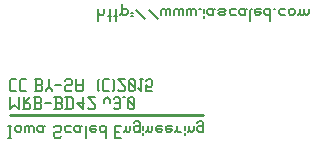
<source format=gbr>
G04 start of page 9 for group -4078 idx -4078 *
G04 Title: (unknown), bottomsilk *
G04 Creator: pcb 20140316 *
G04 CreationDate: Mon 20 Apr 2015 08:27:33 PM GMT UTC *
G04 For: ndholmes *
G04 Format: Gerber/RS-274X *
G04 PCB-Dimensions (mil): 3500.00 1900.00 *
G04 PCB-Coordinate-Origin: lower left *
%MOIN*%
%FSLAX25Y25*%
%LNBOTTOMSILK*%
%ADD105C,0.0060*%
%ADD104C,0.0100*%
G54D104*X40500Y146500D02*X105000D01*
G54D105*X41000Y158500D02*X42500D01*
X40500Y158000D02*X41000Y158500D01*
X40500Y155000D02*Y158000D01*
Y155000D02*X41000Y154500D01*
X42500D01*
X44200Y158500D02*X45700D01*
X43700Y158000D02*X44200Y158500D01*
X43700Y155000D02*Y158000D01*
Y155000D02*X44200Y154500D01*
X45700D01*
X48700Y158500D02*X50700D01*
X51200Y158000D01*
Y157000D02*Y158000D01*
X50700Y156500D02*X51200Y157000D01*
X49200Y156500D02*X50700D01*
X49200Y154500D02*Y158500D01*
X48700Y154500D02*X50700D01*
X51200Y155000D01*
Y156000D01*
X50700Y156500D02*X51200Y156000D01*
X52400Y154500D02*Y155000D01*
X53400Y156000D01*
X54400Y155000D01*
Y154500D02*Y155000D01*
X53400Y156000D02*Y158500D01*
X55600Y156500D02*X57600D01*
X60800Y154500D02*X61300Y155000D01*
X59300Y154500D02*X60800D01*
X58800Y155000D02*X59300Y154500D01*
X58800Y155000D02*Y156000D01*
X59300Y156500D01*
X60800D01*
X61300Y157000D01*
Y158000D01*
X60800Y158500D02*X61300Y158000D01*
X59300Y158500D02*X60800D01*
X58800Y158000D02*X59300Y158500D01*
X62500Y155000D02*Y158500D01*
Y155000D02*X63000Y154500D01*
X64500D01*
X65000Y155000D01*
Y158500D01*
X62500Y156500D02*X65000D01*
X69800Y158000D02*X70300Y158500D01*
X69800Y155000D02*X70300Y154500D01*
X69800Y155000D02*Y158000D01*
X72000Y158500D02*X73500D01*
X71500Y158000D02*X72000Y158500D01*
X71500Y155000D02*Y158000D01*
Y155000D02*X72000Y154500D01*
X73500D01*
X74700D02*X75200Y155000D01*
Y158000D01*
X74700Y158500D02*X75200Y158000D01*
X76400Y155000D02*X76900Y154500D01*
X78400D01*
X78900Y155000D01*
Y156000D01*
X76400Y158500D02*X78900Y156000D01*
X76400Y158500D02*X78900D01*
X80100Y158000D02*X80600Y158500D01*
X80100Y155000D02*Y158000D01*
Y155000D02*X80600Y154500D01*
X81600D01*
X82100Y155000D01*
Y158000D01*
X81600Y158500D02*X82100Y158000D01*
X80600Y158500D02*X81600D01*
X80100Y157500D02*X82100Y155500D01*
X83800Y158500D02*X84800D01*
X84300Y154500D02*Y158500D01*
X83300Y155500D02*X84300Y154500D01*
X86000D02*X88000D01*
X86000D02*Y156500D01*
X86500Y156000D01*
X87500D01*
X88000Y156500D01*
Y158000D01*
X87500Y158500D02*X88000Y158000D01*
X86500Y158500D02*X87500D01*
X86000Y158000D02*X86500Y158500D01*
X40500Y148500D02*Y152500D01*
Y148500D02*X42000Y150000D01*
X43500Y148500D01*
Y152500D01*
X44700Y148500D02*X46700D01*
X47200Y149000D01*
Y150000D01*
X46700Y150500D02*X47200Y150000D01*
X45200Y150500D02*X46700D01*
X45200Y148500D02*Y152500D01*
Y150500D02*X47200Y152500D01*
X48400D02*X50400D01*
X50900Y152000D01*
Y151000D02*Y152000D01*
X50400Y150500D02*X50900Y151000D01*
X48900Y150500D02*X50400D01*
X48900Y148500D02*Y152500D01*
X48400Y148500D02*X50400D01*
X50900Y149000D01*
Y150000D01*
X50400Y150500D02*X50900Y150000D01*
X52100Y150500D02*X54100D01*
X55300Y152500D02*X57300D01*
X57800Y152000D01*
Y151000D02*Y152000D01*
X57300Y150500D02*X57800Y151000D01*
X55800Y150500D02*X57300D01*
X55800Y148500D02*Y152500D01*
X55300Y148500D02*X57300D01*
X57800Y149000D01*
Y150000D01*
X57300Y150500D02*X57800Y150000D01*
X59500Y148500D02*Y152500D01*
X61000Y148500D02*X61500Y149000D01*
Y152000D01*
X61000Y152500D02*X61500Y152000D01*
X59000Y152500D02*X61000D01*
X59000Y148500D02*X61000D01*
X62700Y150500D02*X64700Y148500D01*
X62700Y150500D02*X65200D01*
X64700Y148500D02*Y152500D01*
X66400Y149000D02*X66900Y148500D01*
X68400D01*
X68900Y149000D01*
Y150000D01*
X66400Y152500D02*X68900Y150000D01*
X66400Y152500D02*X68900D01*
X71900Y150500D02*Y151500D01*
X72900Y152500D01*
X73900Y151500D01*
Y150500D02*Y151500D01*
X75100Y149000D02*X75600Y148500D01*
X76600D01*
X77100Y149000D01*
Y152000D01*
X76600Y152500D02*X77100Y152000D01*
X75600Y152500D02*X76600D01*
X75100Y152000D02*X75600Y152500D01*
Y150500D02*X77100D01*
X78300Y152500D02*X78800D01*
X80000Y152000D02*X80500Y152500D01*
X80000Y149000D02*Y152000D01*
Y149000D02*X80500Y148500D01*
X81500D01*
X82000Y149000D01*
Y152000D01*
X81500Y152500D02*X82000Y152000D01*
X80500Y152500D02*X81500D01*
X80000Y151500D02*X82000Y149500D01*
X40000Y139000D02*X41000D01*
X40500D02*Y143000D01*
X40000D02*X41000D01*
X42200Y141500D02*Y142500D01*
Y141500D02*X42700Y141000D01*
X43700D01*
X44200Y141500D01*
Y142500D01*
X43700Y143000D02*X44200Y142500D01*
X42700Y143000D02*X43700D01*
X42200Y142500D02*X42700Y143000D01*
X45400Y141000D02*Y142500D01*
X45900Y143000D01*
X46400D01*
X46900Y142500D01*
Y141000D02*Y142500D01*
X47400Y143000D01*
X47900D01*
X48400Y142500D01*
Y141000D02*Y142500D01*
X51100Y141000D02*X51600Y141500D01*
X50100Y141000D02*X51100D01*
X49600Y141500D02*X50100Y141000D01*
X49600Y141500D02*Y142500D01*
X50100Y143000D01*
X51600Y141000D02*Y142500D01*
X52100Y143000D01*
X50100D02*X51100D01*
X51600Y142500D01*
X57100Y139000D02*X57600Y139500D01*
X55600Y139000D02*X57100D01*
X55100Y139500D02*X55600Y139000D01*
X55100Y139500D02*Y140500D01*
X55600Y141000D01*
X57100D01*
X57600Y141500D01*
Y142500D01*
X57100Y143000D02*X57600Y142500D01*
X55600Y143000D02*X57100D01*
X55100Y142500D02*X55600Y143000D01*
X59300Y141000D02*X60800D01*
X58800Y141500D02*X59300Y141000D01*
X58800Y141500D02*Y142500D01*
X59300Y143000D01*
X60800D01*
X63500Y141000D02*X64000Y141500D01*
X62500Y141000D02*X63500D01*
X62000Y141500D02*X62500Y141000D01*
X62000Y141500D02*Y142500D01*
X62500Y143000D01*
X64000Y141000D02*Y142500D01*
X64500Y143000D01*
X62500D02*X63500D01*
X64000Y142500D01*
X65700Y139000D02*Y142500D01*
X66200Y143000D01*
X67700D02*X69200D01*
X67200Y142500D02*X67700Y143000D01*
X67200Y141500D02*Y142500D01*
Y141500D02*X67700Y141000D01*
X68700D01*
X69200Y141500D01*
X67200Y142000D02*X69200D01*
Y141500D02*Y142000D01*
X72400Y139000D02*Y143000D01*
X71900D02*X72400Y142500D01*
X70900Y143000D02*X71900D01*
X70400Y142500D02*X70900Y143000D01*
X70400Y141500D02*Y142500D01*
Y141500D02*X70900Y141000D01*
X71900D01*
X72400Y141500D01*
X75400Y141000D02*X76900D01*
X75400Y143000D02*X77400D01*
X75400Y139000D02*Y143000D01*
Y139000D02*X77400D01*
X79100Y141500D02*Y143000D01*
Y141500D02*X79600Y141000D01*
X80100D01*
X80600Y141500D01*
Y143000D01*
X78600Y141000D02*X79100Y141500D01*
X83300Y141000D02*X83800Y141500D01*
X82300Y141000D02*X83300D01*
X81800Y141500D02*X82300Y141000D01*
X81800Y141500D02*Y142500D01*
X82300Y143000D01*
X83300D01*
X83800Y142500D01*
X81800Y144000D02*X82300Y144500D01*
X83300D01*
X83800Y144000D01*
Y141000D02*Y144000D01*
X85000Y140000D02*Y140500D01*
Y141500D02*Y143000D01*
X86500Y141500D02*Y143000D01*
Y141500D02*X87000Y141000D01*
X87500D01*
X88000Y141500D01*
Y143000D01*
X86000Y141000D02*X86500Y141500D01*
X89700Y143000D02*X91200D01*
X89200Y142500D02*X89700Y143000D01*
X89200Y141500D02*Y142500D01*
Y141500D02*X89700Y141000D01*
X90700D01*
X91200Y141500D01*
X89200Y142000D02*X91200D01*
Y141500D02*Y142000D01*
X92900Y143000D02*X94400D01*
X92400Y142500D02*X92900Y143000D01*
X92400Y141500D02*Y142500D01*
Y141500D02*X92900Y141000D01*
X93900D01*
X94400Y141500D01*
X92400Y142000D02*X94400D01*
Y141500D02*Y142000D01*
X96100Y141500D02*Y143000D01*
Y141500D02*X96600Y141000D01*
X97600D01*
X95600D02*X96100Y141500D01*
X98800Y140000D02*Y140500D01*
Y141500D02*Y143000D01*
X100300Y141500D02*Y143000D01*
Y141500D02*X100800Y141000D01*
X101300D01*
X101800Y141500D01*
Y143000D01*
X99800Y141000D02*X100300Y141500D01*
X104500Y141000D02*X105000Y141500D01*
X103500Y141000D02*X104500D01*
X103000Y141500D02*X103500Y141000D01*
X103000Y141500D02*Y142500D01*
X103500Y143000D01*
X104500D01*
X105000Y142500D01*
X103000Y144000D02*X103500Y144500D01*
X104500D01*
X105000Y144000D01*
Y141000D02*Y144000D01*
X70000Y178000D02*Y182000D01*
Y180500D02*X70500Y180000D01*
X71500D01*
X72000Y180500D01*
Y182000D01*
X73700Y178000D02*Y181500D01*
X74200Y182000D01*
X73200Y179500D02*X74200D01*
X75700Y178000D02*Y181500D01*
X76200Y182000D01*
X75200Y179500D02*X76200D01*
X77700Y180500D02*Y183500D01*
X77200Y180000D02*X77700Y180500D01*
X78200Y180000D01*
X79200D01*
X79700Y180500D01*
Y181500D01*
X79200Y182000D02*X79700Y181500D01*
X78200Y182000D02*X79200D01*
X77700Y181500D02*X78200Y182000D01*
X80900Y179500D02*X81400D01*
X80900Y180500D02*X81400D01*
X82600Y181500D02*X85600Y178500D01*
X86800Y181500D02*X89800Y178500D01*
X91000Y180000D02*Y181500D01*
X91500Y182000D01*
X92000D01*
X92500Y181500D01*
Y180000D02*Y181500D01*
X93000Y182000D01*
X93500D01*
X94000Y181500D01*
Y180000D02*Y181500D01*
X95200Y180000D02*Y181500D01*
X95700Y182000D01*
X96200D01*
X96700Y181500D01*
Y180000D02*Y181500D01*
X97200Y182000D01*
X97700D01*
X98200Y181500D01*
Y180000D02*Y181500D01*
X99400Y180000D02*Y181500D01*
X99900Y182000D01*
X100400D01*
X100900Y181500D01*
Y180000D02*Y181500D01*
X101400Y182000D01*
X101900D01*
X102400Y181500D01*
Y180000D02*Y181500D01*
X103600Y182000D02*X104100D01*
X105300Y179000D02*Y179500D01*
Y180500D02*Y182000D01*
X107800Y180000D02*X108300Y180500D01*
X106800Y180000D02*X107800D01*
X106300Y180500D02*X106800Y180000D01*
X106300Y180500D02*Y181500D01*
X106800Y182000D01*
X108300Y180000D02*Y181500D01*
X108800Y182000D01*
X106800D02*X107800D01*
X108300Y181500D01*
X110500Y182000D02*X112000D01*
X112500Y181500D01*
X112000Y181000D02*X112500Y181500D01*
X110500Y181000D02*X112000D01*
X110000Y180500D02*X110500Y181000D01*
X110000Y180500D02*X110500Y180000D01*
X112000D01*
X112500Y180500D01*
X110000Y181500D02*X110500Y182000D01*
X114200Y180000D02*X115700D01*
X113700Y180500D02*X114200Y180000D01*
X113700Y180500D02*Y181500D01*
X114200Y182000D01*
X115700D01*
X118400Y180000D02*X118900Y180500D01*
X117400Y180000D02*X118400D01*
X116900Y180500D02*X117400Y180000D01*
X116900Y180500D02*Y181500D01*
X117400Y182000D01*
X118900Y180000D02*Y181500D01*
X119400Y182000D01*
X117400D02*X118400D01*
X118900Y181500D01*
X120600Y178000D02*Y181500D01*
X121100Y182000D01*
X122600D02*X124100D01*
X122100Y181500D02*X122600Y182000D01*
X122100Y180500D02*Y181500D01*
Y180500D02*X122600Y180000D01*
X123600D01*
X124100Y180500D01*
X122100Y181000D02*X124100D01*
Y180500D02*Y181000D01*
X127300Y178000D02*Y182000D01*
X126800D02*X127300Y181500D01*
X125800Y182000D02*X126800D01*
X125300Y181500D02*X125800Y182000D01*
X125300Y180500D02*Y181500D01*
Y180500D02*X125800Y180000D01*
X126800D01*
X127300Y180500D01*
X128500Y182000D02*X129000D01*
X130700Y180000D02*X132200D01*
X130200Y180500D02*X130700Y180000D01*
X130200Y180500D02*Y181500D01*
X130700Y182000D01*
X132200D01*
X133400Y180500D02*Y181500D01*
Y180500D02*X133900Y180000D01*
X134900D01*
X135400Y180500D01*
Y181500D01*
X134900Y182000D02*X135400Y181500D01*
X133900Y182000D02*X134900D01*
X133400Y181500D02*X133900Y182000D01*
X137100Y180500D02*Y182000D01*
Y180500D02*X137600Y180000D01*
X138100D01*
X138600Y180500D01*
Y182000D01*
Y180500D02*X139100Y180000D01*
X139600D01*
X140100Y180500D01*
Y182000D01*
X136600Y180000D02*X137100Y180500D01*
M02*

</source>
